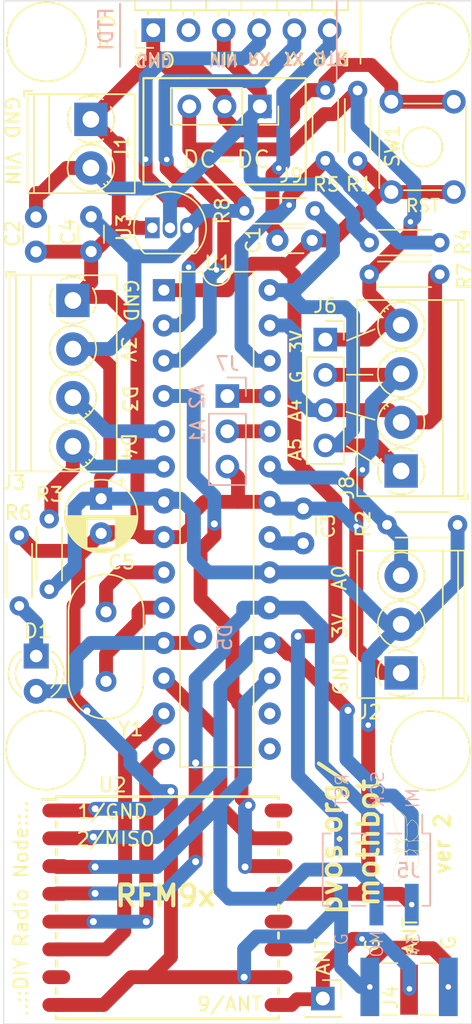
<source format=kicad_pcb>
(kicad_pcb (version 20171130) (host pcbnew 5.1.6-c6e7f7d~87~ubuntu18.04.1)
  (layers (0 F.Cu signal hide) (31 B.Cu signal hide) (34 B.Paste user) (35 F.Paste user) (36 B.SilkS user) (37 F.SilkS user) (38 B.Mask user) (39 F.Mask user) (44 Edge.Cuts user))
  (net 0 "")
  (net 1 "Net-(U1-Pad10)")
  (net 2 "Net-(U1-Pad9)")
  (net 3 GND)
  (net 4 VCC)
  (net 5 SCK)
  (net 6 MISO)
  (net 7 MOSI)
  (net 8 "Net-(C3-Pad1)")
  (net 9 D6)
  (net 10 D3)
  (net 11 TX0)
  (net 12 RX0)
  (net 13 VIN)
  (net 14 D7)
  (net 15 "Net-(C1-Pad2)")
  (net 16 D8)
  (net 17 A0)
  (net 18 A1)
  (net 19 A5)
  (net 20 A2)
  (net 21 A4)
  (net 22 A3)
  (net 23 D5)
  (net 24 D4)
  (net 25 D2)
  (net 26 "Net-(D1-Pad1)")
  (net 27 RST)
  (net 28 "Net-(AT1-Pad1)")
  (module footprints:moth4 (layer F.Cu) (at 143.4338 119.36476 90)
    (fp_text reference G*** hide)
    (fp_text value LOGO hide)
  )
  (module TerminalBlock_Phoenix:TerminalBlock_Phoenix_PT-1,5-2-3.5-H_1x02_P3.50mm_Horizontal (layer F.Cu) (at 120.4722 67.07632 270)
    (fp_text reference J1 (at 2.0066 -2.24536 90) (layer F.SilkS))
    (fp_text value Screw_Terminal_01x02)
    (pad 2 thru_hole circle (at 3.5 0 270) (size 2.4 2.4) (drill 1.2) (layers *.Cu *.Mask) (net 13 VIN))
    (pad 1 thru_hole rect (at 0 0 270) (size 2.4 2.4) (drill 1.2) (layers *.Cu *.Mask) (net 3 GND))
  )
  (module Resistor_THT:R_Axial_DIN0204_L3.6mm_D1.6mm_P5.08mm_Horizontal (layer F.Cu) (at 131.53136 73.66508)
    (fp_text reference R8 (at -1.6002 0 90) (layer F.SilkS))
    (fp_text value R)
    (pad 2 thru_hole oval (at 5.08 0) (size 1.4 1.4) (drill 0.7) (layers *.Cu *.Mask) (net 19 A5))
    (pad 1 thru_hole circle (at 0 0) (size 1.4 1.4) (drill 0.7) (layers *.Cu *.Mask) (net 4 VCC))
  )
  (module Resistor_THT:R_Axial_DIN0204_L3.6mm_D1.6mm_P5.08mm_Horizontal (layer F.Cu) (at 140.51788 78.232)
    (fp_text reference R7 (at 6.85038 0.1397 90) (layer F.SilkS))
    (fp_text value R)
    (pad 2 thru_hole oval (at 5.08 0) (size 1.4 1.4) (drill 0.7) (layers *.Cu *.Mask) (net 21 A4))
    (pad 1 thru_hole circle (at 0 0) (size 1.4 1.4) (drill 0.7) (layers *.Cu *.Mask) (net 4 VCC))
  )
  (module Resistor_THT:R_Axial_DIN0204_L3.6mm_D1.6mm_P5.08mm_Horizontal (layer F.Cu) (at 115.316 102.108 90)
    (fp_text reference R6 (at 6.7183 -0.0635 180) (layer F.SilkS))
    (fp_text value 300R)
    (pad 2 thru_hole oval (at 5.08 0 90) (size 1.4 1.4) (drill 0.7) (layers *.Cu *.Mask) (net 3 GND))
    (pad 1 thru_hole circle (at 0 0 90) (size 1.4 1.4) (drill 0.7) (layers *.Cu *.Mask) (net 26 "Net-(D1-Pad1)"))
  )
  (module Button_Switch_THT:SW_TH_Tactile_Omron_B3F-10xx (layer F.Cu) (at 142.10792 72.30872 90)
    (fp_text reference SW1 (at 3.3147 0.0762 270) (layer F.SilkS))
    (fp_text value SW_Push_Dual)
    (pad 1 thru_hole circle (at 0 0 90) (size 1.7 1.7) (drill 1) (layers *.Cu *.Mask) (net 27 RST))
    (pad 2 thru_hole circle (at 6.5 0 90) (size 1.7 1.7) (drill 1) (layers *.Cu *.Mask) (net 3 GND))
    (pad 3 thru_hole circle (at 0 4.5 90) (size 1.7 1.7) (drill 1) (layers *.Cu *.Mask) (net 27 RST))
    (pad 4 thru_hole circle (at 6.5 4.5 90) (size 1.7 1.7) (drill 1) (layers *.Cu *.Mask) (net 3 GND))
  )
  (module TerminalBlock_Phoenix:TerminalBlock_Phoenix_PT-1,5-4-3.5-H_1x04_P3.50mm_Horizontal (layer F.Cu) (at 142.8115 92.3925 90)
    (fp_text reference J8 (at -1.19634 -3.90398 90) (layer F.SilkS))
    (fp_text value Screw_Terminal_01x04)
    (pad 4 thru_hole circle (at 10.5 0 90) (size 2.4 2.4) (drill 1.2) (layers *.Cu *.Mask) (net 4 VCC))
    (pad 3 thru_hole circle (at 7 0 90) (size 2.4 2.4) (drill 1.2) (layers *.Cu *.Mask) (net 3 GND))
    (pad 2 thru_hole circle (at 3.5 0 90) (size 2.4 2.4) (drill 1.2) (layers *.Cu *.Mask) (net 21 A4))
    (pad 1 thru_hole rect (at 0 0 90) (size 2.4 2.4) (drill 1.2) (layers *.Cu *.Mask) (net 19 A5))
  )
  (module Connector_PinSocket_2.54mm:PinSocket_1x03_P2.54mm_Vertical (layer F.Cu) (at 132.6388 66.1416 270)
    (fp_text reference J9 (at 4.9784 -2.2606) (layer F.SilkS))
    (fp_text value Conn_01x03_Female)
    (pad 3 thru_hole oval (at 0 5.08 270) (size 1.7 1.7) (drill 1) (layers *.Cu *.Mask) (net 4 VCC))
    (pad 2 thru_hole oval (at 0 2.54 270) (size 1.7 1.7) (drill 1) (layers *.Cu *.Mask) (net 3 GND))
    (pad 1 thru_hole rect (at 0 0 270) (size 1.7 1.7) (drill 1) (layers *.Cu *.Mask) (net 13 VIN))
  )
  (module Connector_PinHeader_2.54mm:PinHeader_1x03_P2.54mm_Vertical (layer B.Cu) (at 130.302 86.995 180)
    (fp_text reference J7 (at 0 2.33) (layer B.SilkS) (effects (justify mirror)))
    (fp_text value Conn_01x03_Female)
    (pad 3 thru_hole oval (at 0 -5.08 180) (size 1.7 1.7) (drill 1) (layers *.Cu *.Mask) (net 3 GND))
    (pad 2 thru_hole oval (at 0 -2.54 180) (size 1.7 1.7) (drill 1) (layers *.Cu *.Mask) (net 18 A1))
    (pad 1 thru_hole rect (at 0 0 180) (size 1.7 1.7) (drill 1) (layers *.Cu *.Mask) (net 20 A2))
  )
  (module Package_TO_SOT_THT:TO-92_Inline (layer F.Cu) (at 124.89688 74.88936)
    (fp_text reference U3 (at -2.04724 -0.03048 270) (layer F.SilkS))
    (fp_text value MCP1700-3302E_TO92 hide)
    (pad 1 thru_hole rect (at 0 0) (size 1.05 1.5) (drill 0.75) (layers *.Cu *.Mask) (net 3 GND))
    (pad 3 thru_hole oval (at 2.54 0) (size 1.05 1.5) (drill 0.75) (layers *.Cu *.Mask) (net 4 VCC))
    (pad 2 thru_hole oval (at 1.27 0) (size 1.05 1.5) (drill 0.75) (layers *.Cu *.Mask) (net 13 VIN))
  )
  (module Connector_PinSocket_2.54mm:PinSocket_1x04_P2.54mm_Vertical (layer F.Cu) (at 137.3505 82.931)
    (fp_text reference J6 (at -0.0127 -2.44348) (layer F.SilkS))
    (fp_text value Conn_01x04_Female hide)
    (pad 1 thru_hole rect (at 0 0) (size 1.7 1.7) (drill 1) (layers *.Cu *.Mask) (net 4 VCC))
    (pad 2 thru_hole oval (at 0 2.54) (size 1.7 1.7) (drill 1) (layers *.Cu *.Mask) (net 3 GND))
    (pad 3 thru_hole oval (at 0 5.08) (size 1.7 1.7) (drill 1) (layers *.Cu *.Mask) (net 21 A4))
    (pad 4 thru_hole oval (at 0 7.62) (size 1.7 1.7) (drill 1) (layers *.Cu *.Mask) (net 19 A5))
  )
  (module Connector_PinSocket_2.54mm:PinSocket_1x01_P2.54mm_Vertical (layer F.Cu) (at 137.17524 130.3782)
    (fp_text reference AT1 hide)
    (fp_text value Conn_01x01_Female)
    (pad 1 thru_hole rect (at 0 0) (size 1.7 1.7) (drill 1) (layers *.Cu *.Mask) (net 28 "Net-(AT1-Pad1)"))
  )
  (module LED_THT:LED_D3.0mm (layer F.Cu) (at 116.5352 105.7148 270)
    (fp_text reference D1 (at -1.8034 -0.1016 180) (layer F.SilkS))
    (fp_text value LED)
    (pad 2 thru_hole circle (at 2.54 0 270) (size 1.8 1.8) (drill 0.9) (layers *.Cu *.Mask) (net 23 D5))
    (pad 1 thru_hole rect (at 0 0 270) (size 1.8 1.8) (drill 0.9) (layers *.Cu *.Mask) (net 26 "Net-(D1-Pad1)"))
  )
  (module Resistor_THT:R_Axial_DIN0204_L3.6mm_D1.6mm_P5.08mm_Horizontal (layer F.Cu) (at 146.8755 96.266 180)
    (fp_text reference R2 (at 6.7945 0.0635 270) (layer F.SilkS))
    (fp_text value 10K)
    (pad 2 thru_hole oval (at 5.08 0 180) (size 1.4 1.4) (drill 0.7) (layers *.Cu *.Mask) (net 17 A0))
    (pad 1 thru_hole circle (at 0 0 180) (size 1.4 1.4) (drill 0.7) (layers *.Cu *.Mask) (net 4 VCC))
  )
  (module Connector_Coaxial:SMA_Samtec_SMA-J-P-X-ST-EM1_EdgeMount (layer F.Cu) (at 143.383 129.54)
    (fp_text reference J4 (at -1.32334 0.7366 90) (layer F.SilkS))
    (fp_text value Conn_Coaxial)
    (pad 1 smd rect (at 0 0.2) (size 1.27 3.6) (layers F.Cu F.Paste F.Mask) (net 28 "Net-(AT1-Pad1)"))
    (pad 2 smd rect (at 2.825 0) (size 1.35 4.2) (layers F.Cu F.Paste F.Mask) (net 3 GND))
    (pad 2 smd rect (at -2.825 0) (size 1.35 4.2) (layers F.Cu F.Paste F.Mask) (net 3 GND))
    (pad 2 smd rect (at 2.825 0) (size 1.35 4.2) (layers B.Cu B.Paste B.Mask) (net 3 GND))
    (pad 2 smd rect (at -2.825 0) (size 1.35 4.2) (layers B.Cu B.Paste B.Mask) (net 3 GND))
  )
  (module Resistor_THT:R_Axial_DIN0204_L3.6mm_D1.6mm_P5.08mm_Horizontal (layer F.Cu) (at 137.35304 70.04812 90)
    (fp_text reference R5 (at -1.72212 0.07112) (layer F.SilkS))
    (fp_text value 100K)
    (pad 2 thru_hole oval (at 5.08 0 90) (size 1.4 1.4) (drill 0.7) (layers *.Cu *.Mask) (net 3 GND))
    (pad 1 thru_hole circle (at 0 0 90) (size 1.4 1.4) (drill 0.7) (layers *.Cu *.Mask) (net 22 A3))
  )
  (module TerminalBlock_Phoenix:TerminalBlock_Phoenix_PT-1,5-4-3.5-H_1x04_P3.50mm_Horizontal (layer F.Cu) (at 119.1768 80.1116 270)
    (fp_text reference J3 (at 13.1064 4.2418 180) (layer F.SilkS))
    (fp_text value Screw_Terminal_01x04)
    (pad 1 thru_hole rect (at 0 0 270) (size 2.4 2.4) (drill 1.2) (layers *.Cu *.Mask) (net 3 GND))
    (pad 2 thru_hole circle (at 3.5 0 270) (size 2.4 2.4) (drill 1.2) (layers *.Cu *.Mask) (net 4 VCC))
    (pad 3 thru_hole circle (at 7 0 270) (size 2.4 2.4) (drill 1.2) (layers *.Cu *.Mask) (net 10 D3))
    (pad 4 thru_hole circle (at 10.5 0 270) (size 2.4 2.4) (drill 1.2) (layers *.Cu *.Mask) (net 24 D4))
  )
  (module MountingHole:MountingHole_2.7mm_M2.5 (layer F.Cu) (at 117.221 61.5315)
    (fp_text reference H4 hide)
    (fp_text value MountingHole hide)
    (pad 1 np_thru_hole circle (at 0 0) (size 2.7 2.7) (drill 2.7) (layers *.Cu *.Mask))
  )
  (module MountingHole:MountingHole_2.7mm_M2.5 (layer F.Cu) (at 144.907 112.5)
    (fp_text reference H3 hide)
    (fp_text value MountingHole hide)
    (pad 1 np_thru_hole circle (at 0 0) (size 2.7 2.7) (drill 2.7) (layers *.Cu *.Mask))
  )
  (module MountingHole:MountingHole_2.7mm_M2.5 (layer F.Cu) (at 117.221 112.5)
    (fp_text reference H2 hide)
    (fp_text value MountingHole)
    (pad 1 np_thru_hole circle (at 0 0) (size 2.7 2.7) (drill 2.7) (layers *.Cu *.Mask))
  )
  (module MountingHole:MountingHole_2.7mm_M2.5 (layer F.Cu) (at 144.907 61.5315)
    (fp_text reference H1 hide)
    (fp_text value MountingHole)
    (pad 1 np_thru_hole circle (at 0 0) (size 2.7 2.7) (drill 2.7) (layers *.Cu *.Mask))
  )
  (module Connector_PinSocket_2.54mm:PinSocket_2x03_P2.54mm_Vertical_SMD (layer B.Cu) (at 141.0335 121.0945 90)
    (fp_text reference J5 (at -0.0635 2.286) (layer B.SilkS) (effects (justify mirror)))
    (fp_text value Conn_02x03_Odd_Even)
    (pad 6 smd rect (at -2.52 -2.54 90) (size 3 1) (layers B.Cu B.Paste B.Mask) (net 3 GND))
    (pad 5 smd rect (at 2.52 -2.54 90) (size 3 1) (layers B.Cu B.Paste B.Mask) (net 27 RST))
    (pad 4 smd rect (at -2.52 0 90) (size 3 1) (layers B.Cu B.Paste B.Mask) (net 7 MOSI))
    (pad 3 smd rect (at 2.52 0 90) (size 3 1) (layers B.Cu B.Paste B.Mask) (net 5 SCK))
    (pad 2 smd rect (at -2.52 2.54 90) (size 3 1) (layers B.Cu B.Paste B.Mask) (net 4 VCC))
    (pad 1 smd rect (at 2.52 2.54 90) (size 3 1) (layers B.Cu B.Paste B.Mask) (net 6 MISO))
  )
  (module Resistor_THT:R_Axial_DIN0204_L3.6mm_D1.6mm_P5.08mm_Horizontal (layer F.Cu) (at 140.51788 75.95108)
    (fp_text reference R4 (at 6.73608 -0.0508 90) (layer F.SilkS))
    (fp_text value 100K)
    (pad 2 thru_hole oval (at 5.08 0) (size 1.4 1.4) (drill 0.7) (layers *.Cu *.Mask) (net 22 A3))
    (pad 1 thru_hole circle (at 0 0) (size 1.4 1.4) (drill 0.7) (layers *.Cu *.Mask) (net 13 VIN))
  )
  (module Resistor_THT:R_Axial_DIN0204_L3.6mm_D1.6mm_P5.08mm_Horizontal (layer F.Cu) (at 117.475 100.9142 90)
    (fp_text reference R3 (at 6.8326 0.0254) (layer F.SilkS))
    (fp_text value 10K)
    (pad 2 thru_hole oval (at 5.08 0 90) (size 1.4 1.4) (drill 0.7) (layers *.Cu *.Mask) (net 24 D4))
    (pad 1 thru_hole circle (at 0 0 90) (size 1.4 1.4) (drill 0.7) (layers *.Cu *.Mask) (net 4 VCC))
  )
  (module Resistor_THT:R_Axial_DIN0204_L3.6mm_D1.6mm_P5.08mm_Horizontal (layer F.Cu) (at 139.67714 64.99352 270)
    (fp_text reference R1 (at 6.7564 -0.12446) (layer F.SilkS))
    (fp_text value 10K)
    (pad 2 thru_hole oval (at 5.08 0 270) (size 1.4 1.4) (drill 0.7) (layers *.Cu *.Mask) (net 27 RST))
    (pad 1 thru_hole circle (at 0 0 270) (size 1.4 1.4) (drill 0.7) (layers *.Cu *.Mask) (net 4 VCC))
  )
  (module footprints:RFM95 (layer F.Cu) (at 117.983 116.84)
    (fp_text reference U2 (at 4.064 -1.8288) (layer F.SilkS))
    (fp_text value RFM95W-915S2)
    (pad 16 smd oval (at 16 0) (size 2 1) (layers F.Cu F.Paste F.Mask))
    (pad 15 smd oval (at 16 2) (size 2 1) (layers F.Cu F.Paste F.Mask) (net 9 D6))
    (pad 14 smd oval (at 16 4) (size 2 1) (layers F.Cu F.Paste F.Mask) (net 25 D2))
    (pad 13 smd oval (at 16 6) (size 2 1) (layers F.Cu F.Paste F.Mask) (net 4 VCC))
    (pad 12 smd oval (at 16 8) (size 2 1) (layers F.Cu F.Paste F.Mask))
    (pad 11 smd oval (at 16 10) (size 2 1) (layers F.Cu F.Paste F.Mask))
    (pad 10 smd oval (at 16 12) (size 2 1) (layers F.Cu F.Paste F.Mask) (net 3 GND))
    (pad 9 smd oval (at 16 14) (size 2 1) (layers F.Cu F.Paste F.Mask) (net 28 "Net-(AT1-Pad1)"))
    (pad 8 smd oval (at 0 14) (size 2 1) (layers F.Cu F.Paste F.Mask) (net 3 GND))
    (pad 7 smd oval (at 0 12) (size 2 1) (layers F.Cu F.Paste F.Mask))
    (pad 6 smd oval (at 0 10) (size 2 1) (layers F.Cu F.Paste F.Mask) (net 14 D7))
    (pad 5 smd oval (at 0 8) (size 2 1) (layers F.Cu F.Paste F.Mask) (net 16 D8))
    (pad 4 smd oval (at 0 6) (size 2 1) (layers F.Cu F.Paste F.Mask) (net 5 SCK))
    (pad 3 smd oval (at 0 4) (size 2 1) (layers F.Cu F.Paste F.Mask) (net 7 MOSI))
    (pad 2 smd oval (at 0 2) (size 2 1) (layers F.Cu F.Paste F.Mask) (net 6 MISO))
    (pad 1 smd oval (at 0 0) (size 2 1) (layers F.Cu F.Paste F.Mask) (net 3 GND))
  )
  (module Capacitor_THT:C_Disc_D3.0mm_W1.6mm_P2.50mm (layer F.Cu) (at 136.40308 75.7936 180)
    (fp_text reference C1 (at 4.2418 0.0254 90) (layer F.SilkS))
    (fp_text value 0.1u)
    (pad 1 thru_hole circle (at 0 0 180) (size 1.6 1.6) (drill 0.8) (layers *.Cu *.Mask) (net 27 RST))
    (pad 2 thru_hole circle (at 2.5 0 180) (size 1.6 1.6) (drill 0.8) (layers *.Cu *.Mask) (net 15 "Net-(C1-Pad2)"))
  )
  (module Package_DIP:DIP-28_W7.62mm (layer F.Cu) (at 125.73 79.375)
    (fp_text reference U1 (at 3.9116 -1.9558 180) (layer F.SilkS))
    (fp_text value ATmega328P-PU-C)
    (pad 28 thru_hole oval (at 7.62 0) (size 1.6 1.6) (drill 0.8) (layers *.Cu *.Mask) (net 19 A5))
    (pad 14 thru_hole oval (at 0 33.02) (size 1.6 1.6) (drill 0.8) (layers *.Cu *.Mask) (net 16 D8))
    (pad 27 thru_hole oval (at 7.62 2.54) (size 1.6 1.6) (drill 0.8) (layers *.Cu *.Mask) (net 21 A4))
    (pad 13 thru_hole oval (at 0 30.48) (size 1.6 1.6) (drill 0.8) (layers *.Cu *.Mask) (net 14 D7))
    (pad 26 thru_hole oval (at 7.62 5.08) (size 1.6 1.6) (drill 0.8) (layers *.Cu *.Mask) (net 22 A3))
    (pad 12 thru_hole oval (at 0 27.94) (size 1.6 1.6) (drill 0.8) (layers *.Cu *.Mask) (net 9 D6))
    (pad 25 thru_hole oval (at 7.62 7.62) (size 1.6 1.6) (drill 0.8) (layers *.Cu *.Mask) (net 20 A2))
    (pad 11 thru_hole oval (at 0 25.4) (size 1.6 1.6) (drill 0.8) (layers *.Cu *.Mask) (net 23 D5))
    (pad 24 thru_hole oval (at 7.62 10.16) (size 1.6 1.6) (drill 0.8) (layers *.Cu *.Mask) (net 18 A1))
    (pad 10 thru_hole oval (at 0 22.86) (size 1.6 1.6) (drill 0.8) (layers *.Cu *.Mask) (net 1 "Net-(U1-Pad10)"))
    (pad 23 thru_hole oval (at 7.62 12.7) (size 1.6 1.6) (drill 0.8) (layers *.Cu *.Mask) (net 17 A0))
    (pad 9 thru_hole oval (at 0 20.32) (size 1.6 1.6) (drill 0.8) (layers *.Cu *.Mask) (net 2 "Net-(U1-Pad9)"))
    (pad 22 thru_hole oval (at 7.62 15.24) (size 1.6 1.6) (drill 0.8) (layers *.Cu *.Mask) (net 3 GND))
    (pad 8 thru_hole oval (at 0 17.78) (size 1.6 1.6) (drill 0.8) (layers *.Cu *.Mask) (net 3 GND))
    (pad 21 thru_hole oval (at 7.62 17.78) (size 1.6 1.6) (drill 0.8) (layers *.Cu *.Mask) (net 8 "Net-(C3-Pad1)"))
    (pad 7 thru_hole oval (at 0 15.24) (size 1.6 1.6) (drill 0.8) (layers *.Cu *.Mask) (net 4 VCC))
    (pad 20 thru_hole oval (at 7.62 20.32) (size 1.6 1.6) (drill 0.8) (layers *.Cu *.Mask) (net 4 VCC))
    (pad 6 thru_hole oval (at 0 12.7) (size 1.6 1.6) (drill 0.8) (layers *.Cu *.Mask) (net 24 D4))
    (pad 19 thru_hole oval (at 7.62 22.86) (size 1.6 1.6) (drill 0.8) (layers *.Cu *.Mask) (net 5 SCK))
    (pad 5 thru_hole oval (at 0 10.16) (size 1.6 1.6) (drill 0.8) (layers *.Cu *.Mask) (net 10 D3))
    (pad 18 thru_hole oval (at 7.62 25.4) (size 1.6 1.6) (drill 0.8) (layers *.Cu *.Mask) (net 6 MISO))
    (pad 4 thru_hole oval (at 0 7.62) (size 1.6 1.6) (drill 0.8) (layers *.Cu *.Mask) (net 25 D2))
    (pad 17 thru_hole oval (at 7.62 27.94) (size 1.6 1.6) (drill 0.8) (layers *.Cu *.Mask) (net 7 MOSI))
    (pad 3 thru_hole oval (at 0 5.08) (size 1.6 1.6) (drill 0.8) (layers *.Cu *.Mask) (net 11 TX0))
    (pad 16 thru_hole oval (at 7.62 30.48) (size 1.6 1.6) (drill 0.8) (layers *.Cu *.Mask))
    (pad 2 thru_hole oval (at 0 2.54) (size 1.6 1.6) (drill 0.8) (layers *.Cu *.Mask) (net 12 RX0))
    (pad 15 thru_hole oval (at 7.62 33.02) (size 1.6 1.6) (drill 0.8) (layers *.Cu *.Mask))
    (pad 1 thru_hole rect (at 0 0) (size 1.6 1.6) (drill 0.8) (layers *.Cu *.Mask) (net 27 RST))
  )
  (module Capacitor_THT:C_Disc_D3.0mm_W1.6mm_P2.50mm (layer F.Cu) (at 116.51996 74.10196 270)
    (fp_text reference C2 (at 1.19888 1.66624 270) (layer F.SilkS))
    (fp_text value 0.1u)
    (pad 2 thru_hole circle (at 2.5 0 270) (size 1.6 1.6) (drill 0.8) (layers *.Cu *.Mask) (net 3 GND))
    (pad 1 thru_hole circle (at 0 0 270) (size 1.6 1.6) (drill 0.8) (layers *.Cu *.Mask) (net 13 VIN))
  )
  (module Capacitor_THT:CP_Radial_D5.0mm_P2.50mm (layer F.Cu) (at 121.2088 94.3864 270)
    (fp_text reference C5 (at 4.572 -1.4732) (layer F.SilkS))
    (fp_text value 10u hide)
    (pad 1 thru_hole rect (at 0 0 270) (size 1.6 1.6) (drill 0.8) (layers *.Cu *.Mask) (net 4 VCC))
    (pad 2 thru_hole circle (at 2.5 0 270) (size 1.6 1.6) (drill 0.8) (layers *.Cu *.Mask) (net 3 GND))
  )
  (module Crystal:Resonator-2Pin_W10.0mm_H5.0mm (layer F.Cu) (at 121.5644 102.5398 270)
    (fp_text reference Y1 (at 8.4328 -1.778 180) (layer F.SilkS))
    (fp_text value Crystal)
    (pad 2 thru_hole circle (at 5 0 270) (size 1.5 1.5) (drill 0.8) (layers *.Cu *.Mask) (net 1 "Net-(U1-Pad10)"))
    (pad 1 thru_hole circle (at 0 0 270) (size 1.5 1.5) (drill 0.8) (layers *.Cu *.Mask) (net 2 "Net-(U1-Pad9)"))
  )
  (module TerminalBlock_Phoenix:TerminalBlock_Phoenix_PT-1,5-3-3.5-H_1x03_P3.50mm_Horizontal (layer F.Cu) (at 142.8115 106.934 90)
    (fp_text reference J2 (at -2.82448 -2.2606) (layer F.SilkS))
    (fp_text value Screw_Terminal_01x03)
    (pad 3 thru_hole circle (at 7 0 90) (size 2.4 2.4) (drill 1.2) (layers *.Cu *.Mask) (net 17 A0))
    (pad 2 thru_hole circle (at 3.5 0 90) (size 2.4 2.4) (drill 1.2) (layers *.Cu *.Mask) (net 4 VCC))
    (pad 1 thru_hole rect (at 0 0 90) (size 2.4 2.4) (drill 1.2) (layers *.Cu *.Mask) (net 3 GND))
  )
  (module Capacitor_THT:C_Disc_D3.0mm_W1.6mm_P2.50mm (layer F.Cu) (at 135.763 97.5995 90)
    (fp_text reference C3 (at 1.2319 1.8034 270) (layer F.SilkS) (effects (font (size 0.9 0.9))))
    (fp_text value 0.1u)
    (pad 2 thru_hole circle (at 2.5 0 90) (size 1.6 1.6) (drill 0.8) (layers *.Cu *.Mask) (net 3 GND))
    (pad 1 thru_hole circle (at 0 0 90) (size 1.6 1.6) (drill 0.8) (layers *.Cu *.Mask) (net 8 "Net-(C3-Pad1)"))
  )
  (module Connector_PinHeader_2.54mm:PinHeader_1x06_P2.54mm_Horizontal (layer F.Cu) (at 124.96292 60.6552 90)
    (fp_text reference FTDI1 hide)
    (fp_text value Conn_01x06_Male hide)
    (pad 6 thru_hole oval (at 0 12.7 90) (size 1.7 1.7) (drill 1) (layers *.Cu *.Mask) (net 15 "Net-(C1-Pad2)"))
    (pad 5 thru_hole oval (at 0 10.16 90) (size 1.7 1.7) (drill 1) (layers *.Cu *.Mask) (net 11 TX0))
    (pad 4 thru_hole oval (at 0 7.62 90) (size 1.7 1.7) (drill 1) (layers *.Cu *.Mask) (net 12 RX0))
    (pad 3 thru_hole oval (at 0 5.08 90) (size 1.7 1.7) (drill 1) (layers *.Cu *.Mask) (net 13 VIN))
    (pad 2 thru_hole oval (at 0 2.54 90) (size 1.7 1.7) (drill 1) (layers *.Cu *.Mask))
    (pad 1 thru_hole rect (at 0 0 90) (size 1.7 1.7) (drill 1) (layers *.Cu *.Mask) (net 3 GND))
  )
  (module Capacitor_THT:C_Disc_D3.0mm_W1.6mm_P2.50mm (layer F.Cu) (at 120.49252 74.0918 270)
    (fp_text reference C4 (at 1.08966 1.64592 270) (layer F.SilkS))
    (fp_text value 0.1u)
    (pad 1 thru_hole circle (at 0 0 270) (size 1.6 1.6) (drill 0.8) (layers *.Cu *.Mask) (net 4 VCC))
    (pad 2 thru_hole circle (at 2.5 0 270) (size 1.6 1.6) (drill 0.8) (layers *.Cu *.Mask) (net 3 GND))
  )
  (gr_text 2/MISO (at 122.2502 118.89994) (layer F.SilkS) (effects (font (size 1 1))))
  (gr_line (start 139.88796 58.54192) (end 139.88796 63.0682) (layer F.SilkS) (width 0.12))
  (gr_text RST (at 144.38376 73.29424) (layer F.SilkS) (effects (font (size 0.9 0.9))))
  (gr_line (start 138.90752 90.62212) (end 140.99032 91.90736) (layer F.SilkS) (width 0.12))
  (gr_line (start 138.87196 88.13292) (end 140.90396 88.70696) (layer F.SilkS) (width 0.12))
  (gr_line (start 138.89228 85.46084) (end 140.76172 85.46084) (layer F.SilkS) (width 0.12))
  (gr_line (start 138.9126 83.00212) (end 140.90396 82.18932) (layer F.SilkS) (width 0.12))
  (gr_line (start 122.57024 58.70956) (end 122.57024 63.23584) (layer F.SilkS) (width 0.12))
  (gr_text FTDI (at 121.67108 60.58916 90) (layer F.SilkS) (effects (font (size 1 1))))
  (gr_text TX (at 135.12292 62.64656 180) (layer F.SilkS) (effects (font (size 0.85 0.85))))
  (gr_text RX (at 132.63372 62.70752 180) (layer F.SilkS) (effects (font (size 0.85 0.85))))
  (gr_text VIN (at 130.00228 62.67704 180) (layer F.SilkS) (effects (font (size 0.85 0.85))))
  (gr_line (start 147.8915 58.547) (end 147.447 58.547) (layer Edge.Cuts) (width 0.05))
  (gr_line (start 147.8915 78.0415) (end 147.8915 58.547) (layer Edge.Cuts) (width 0.05))
  (gr_line (start 147.8915 132.207) (end 147.447 132.207) (layer Edge.Cuts) (width 0.05))
  (gr_line (start 147.8915 78.0415) (end 147.8915 132.207) (layer Edge.Cuts) (width 0.05))
  (gr_line (start 147.447 58.547) (end 145.923 58.547) (layer Edge.Cuts) (width 0.05))
  (gr_line (start 147.447 132.207) (end 145.923 132.207) (layer Edge.Cuts) (width 0.05))
  (gr_text VIN (at 130.04292 62.8142 180) (layer B.SilkS) (effects (font (size 0.85 0.85)) (justify mirror)))
  (gr_text DC-DC (at 130.2258 69.9516) (layer F.SilkS) (effects (font (size 1.2 1.2))))
  (gr_line (start 114.1984 58.547) (end 145.923 58.547) (layer Edge.Cuts) (width 0.05))
  (gr_line (start 138.176 58.547) (end 138.176 64.262) (layer B.SilkS) (width 0.12))
  (gr_line (start 122.57024 58.76544) (end 122.57024 63.29172) (layer B.SilkS) (width 0.12))
  (gr_text FTDI (at 121.54408 60.56884 90) (layer B.SilkS) (effects (font (size 1 1)) (justify mirror)))
  (gr_text GND (at 125.02896 62.81928 180) (layer B.SilkS) (effects (font (size 0.85 0.85)) (justify mirror)))
  (gr_text DTR (at 137.78484 62.70244 180) (layer B.SilkS) (effects (font (size 0.85 0.85)) (justify mirror)))
  (gr_line (start 114.1984 62.484) (end 114.1984 58.547) (layer Edge.Cuts) (width 0.05))
  (gr_line (start 124.2568 71.7656) (end 135.9408 71.7656) (layer F.SilkS) (width 0.15))
  (gr_line (start 124.2568 64.1096) (end 127.5588 64.1096) (layer F.SilkS) (width 0.15))
  (gr_line (start 124.2568 64.1096) (end 125.5268 64.1096) (layer F.SilkS) (width 0.15))
  (gr_line (start 124.2568 64.1096) (end 135.9408 64.1096) (layer F.SilkS) (width 0.15))
  (gr_line (start 135.9408 64.1096) (end 135.9408 71.7096) (layer F.SilkS) (width 0.15))
  (gr_line (start 124.2568 64.1656) (end 124.2568 71.7656) (layer F.SilkS) (width 0.15))
  (gr_circle (center 144.907 61.54318) (end 147.7518 61.61938) (layer F.SilkS) (width 0.12))
  (gr_circle (center 117.2718 61.49238) (end 120.1166 61.56858) (layer F.SilkS) (width 0.12))
  (gr_circle (center 117.221 112.4966) (end 120.0658 112.5728) (layer F.SilkS) (width 0.12))
  (gr_text "..::DIY Radio Node::.." (at 115.443 123.8758 90) (layer F.SilkS) (effects (font (size 1 1))))
  (gr_circle (center 144.92072 112.522) (end 147.76552 112.5982) (layer F.SilkS) (width 0.12))
  (gr_text "ver 2" (at 145.77568 119.23522 90) (layer F.SilkS) (effects (font (size 1.1 1.1) (thickness 0.22))))
  (gr_text mothbot (at 140.45184 119.1641 90) (layer F.SilkS) (effects (font (size 1.5 1.5) (thickness 0.275))))
  (gr_text pvos.org/ (at 137.77214 118.8085 90) (layer F.SilkS) (effects (font (size 1.5 1.5) (thickness 0.275))))
  (gr_text SCK (at 141.1224 115.316 90) (layer B.SilkS) (effects (font (size 0.9 0.9) (thickness 0.1)) (justify mirror)))
  (gr_text RST (at 138.557 115.3922 90) (layer B.SilkS) (effects (font (size 0.9 0.9) (thickness 0.1)) (justify mirror)))
  (gr_text G (at 138.5062 126.111 90) (layer B.SilkS) (effects (font (size 0.9 0.9) (thickness 0.1))))
  (gr_text 3V (at 143.6878 126.492 90) (layer B.SilkS) (effects (font (size 0.9 0.9) (thickness 0.1)) (justify mirror)))
  (gr_text MO (at 141.0462 126.4412 90) (layer B.SilkS) (effects (font (size 0.9 0.9) (thickness 0.1)) (justify mirror)))
  (gr_text MI (at 143.637 115.951 90) (layer B.SilkS) (effects (font (size 0.9 0.9) (thickness 0.1)) (justify mirror)))
  (gr_line (start 114.1984 132.207) (end 142.24 132.207) (layer Edge.Cuts) (width 0.05))
  (gr_line (start 114.1984 62.484) (end 114.1984 63.5) (layer Edge.Cuts) (width 0.05))
  (gr_text G (at 146.23288 126.35738 90) (layer F.SilkS) (effects (font (size 1 1))))
  (gr_text D4 (at 123.1646 90.6272 270) (layer F.SilkS) (effects (font (size 1 1))))
  (gr_text D3 (at 123.2662 87.1982 270) (layer F.SilkS) (effects (font (size 1 1))))
  (gr_text 3V (at 123.1646 83.6422 270) (layer F.SilkS) (effects (font (size 1 1))))
  (gr_text A1 (at 128.143 89.5858 90) (layer B.SilkS) (effects (font (size 1 1)) (justify mirror)))
  (gr_text A2 (at 128.1176 87.0458 90) (layer B.SilkS) (effects (font (size 1 1) (thickness 0.16)) (justify mirror)))
  (gr_text D5 (at 130.1242 104.3686 90) (layer B.SilkS) (effects (font (size 1 1)) (justify mirror)))
  (gr_text RFM9x (at 125.8316 122.9868) (layer F.SilkS) (effects (font (size 1.5 1.5) (thickness 0.3))))
  (gr_text GND (at 123.3424 80.1116 270) (layer F.SilkS) (effects (font (size 1 1))))
  (gr_line (start 114.1984 132.207) (end 114.1984 63.5) (layer Edge.Cuts) (width 0.05))
  (gr_text GND (at 114.77752 66.94932 270) (layer F.SilkS) (effects (font (size 1 1))))
  (gr_text 1/GND (at 122.02668 116.9289) (layer F.SilkS) (effects (font (size 1 1))))
  (gr_text 9/ANT (at 130.44932 130.77444) (layer F.SilkS) (effects (font (size 1 1))))
  (gr_text G (at 140.7541 126.52756 90) (layer F.SilkS) (effects (font (size 1 1))))
  (gr_text ANT (at 143.45158 125.85192 90) (layer F.SilkS) (effects (font (size 1 1))))
  (gr_text ANT (at 137.14984 127.36068 90) (layer F.SilkS) (effects (font (size 1 1))))
  (gr_text GND (at 125.02896 62.7634 180) (layer F.SilkS) (effects (font (size 1 1))))
  (gr_text DTR (at 137.78484 62.64656 180) (layer F.SilkS) (effects (font (size 1 1))))
  (gr_text GND (at 138.4554 107.0102 90) (layer F.SilkS) (effects (font (size 1 1))))
  (gr_text 3V (at 138.4046 103.55072 90) (layer F.SilkS) (effects (font (size 1 1))))
  (gr_text A0 (at 138.35888 100.08616 90) (layer F.SilkS) (effects (font (size 1 1))))
  (gr_text 3V (at 135.30072 83.0834 90) (layer F.SilkS) (effects (font (size 0.9 0.9))))
  (gr_text G (at 135.30072 85.6234 90) (layer F.SilkS) (effects (font (size 0.9 0.9))))
  (gr_text A4 (at 135.17372 88.0364 90) (layer F.SilkS) (effects (font (size 0.9 0.9))))
  (gr_text A5 (at 135.17372 90.8304 90) (layer F.SilkS) (effects (font (size 0.9 0.9))))
  (gr_text TX (at 135.06196 62.70244 180) (layer B.SilkS) (effects (font (size 0.85 0.85)) (justify mirror)))
  (gr_text RX (at 132.58292 62.6872 180) (layer B.SilkS) (effects (font (size 0.85 0.85)) (justify mirror)))
  (gr_text VIN (at 114.808 70.63232 270) (layer F.SilkS) (effects (font (size 1 1))))
  (gr_line (start 145.923 132.207) (end 142.24 132.207) (layer Edge.Cuts) (width 0.05))
  (segment (start 124.206 102.235) (end 125.73 102.235) (width 1) (layer F.Cu) (net 1))
  (segment (start 123.9012 102.5398) (end 124.206 102.235) (width 1) (layer F.Cu) (net 1))
  (segment (start 123.9012 102.5398) (end 123.9012 103.251) (width 1) (layer F.Cu) (net 1))
  (segment (start 121.5644 105.5878) (end 121.5644 107.5398) (width 1) (layer F.Cu) (net 1))
  (segment (start 123.9012 103.251) (end 121.5644 105.5878) (width 1) (layer F.Cu) (net 1))
  (segment (start 121.5644 100.7364) (end 121.5644 102.5398) (width 1) (layer F.Cu) (net 2))
  (segment (start 125.73 99.695) (end 122.6058 99.695) (width 1) (layer F.Cu) (net 2))
  (segment (start 122.6058 99.695) (end 121.5644 100.7364) (width 1) (layer F.Cu) (net 2))
  (segment (start 133.39 94.655) (end 133.35 94.615) (width 1) (layer B.Cu) (net 3))
  (segment (start 121.382 130.84) (end 117.983 130.84) (width 1) (layer F.Cu) (net 3))
  (segment (start 117.983 116.84) (end 120.44207 116.84) (width 1) (layer F.Cu) (net 3))
  (via (at 120.777 116.713) (size 1) (drill 0.5) (layers F.Cu B.Cu) (net 3))
  (segment (start 120.44207 116.84) (end 120.65 116.84) (width 1) (layer F.Cu) (net 3))
  (segment (start 120.65 116.84) (end 120.777 116.713) (width 1) (layer F.Cu) (net 3))
  (segment (start 120.777 116.713) (end 124.079 116.713) (width 1) (layer B.Cu) (net 3))
  (segment (start 124.079 116.713) (end 124.968 116.713) (width 1) (layer B.Cu) (net 3))
  (via (at 126.238 115.443) (size 1) (drill 0.5) (layers F.Cu B.Cu) (net 3))
  (segment (start 124.968 116.713) (end 126.238 115.443) (width 1) (layer B.Cu) (net 3))
  (segment (start 126.238 127.381) (end 124.779 128.84) (width 1) (layer F.Cu) (net 3))
  (segment (start 126.238 115.443) (end 126.238 127.381) (width 1) (layer F.Cu) (net 3))
  (segment (start 131.507 128.84) (end 124.779 128.84) (width 1) (layer F.Cu) (net 3))
  (segment (start 124.779 128.84) (end 123.382 128.84) (width 1) (layer F.Cu) (net 3))
  (segment (start 123.382 128.84) (end 121.382 130.84) (width 1) (layer F.Cu) (net 3))
  (segment (start 126.238 115.443) (end 125.2855 115.443) (width 1) (layer B.Cu) (net 3))
  (segment (start 125.2855 115.443) (end 123.317 113.4745) (width 1) (layer B.Cu) (net 3))
  (via (at 131.507 128.84) (size 1) (drill 0.5) (layers F.Cu B.Cu) (net 3))
  (segment (start 133.983 128.84) (end 131.507 128.84) (width 1) (layer F.Cu) (net 3))
  (segment (start 119.4308 79.8576) (end 119.1768 80.1116) (width 1) (layer B.Cu) (net 3))
  (segment (start 127 97.155) (end 125.73 97.155) (width 1) (layer F.Cu) (net 3))
  (segment (start 128.651 94.615) (end 127.762 95.504) (width 1) (layer F.Cu) (net 3))
  (segment (start 127.762 96.393) (end 127 97.155) (width 1) (layer F.Cu) (net 3))
  (segment (start 127.762 95.504) (end 127.762 96.393) (width 1) (layer F.Cu) (net 3))
  (segment (start 119.4308 79.8576) (end 119.1768 80.1116) (width 1) (layer F.Cu) (net 3))
  (segment (start 121.8438 79.8576) (end 119.4308 79.8576) (width 1) (layer F.Cu) (net 3))
  (segment (start 123.825 81.8388) (end 121.8438 79.8576) (width 1) (layer F.Cu) (net 3))
  (segment (start 123.825 96.7994) (end 123.825 81.8388) (width 1) (layer F.Cu) (net 3))
  (segment (start 125.73 97.155) (end 124.1806 97.155) (width 1) (layer F.Cu) (net 3))
  (segment (start 124.1806 97.155) (end 123.825 96.7994) (width 1) (layer F.Cu) (net 3))
  (segment (start 121.9562 96.7994) (end 121.7676 96.988) (width 1) (layer F.Cu) (net 3))
  (segment (start 116.4336 98.1456) (end 115.316 97.028) (width 1) (layer F.Cu) (net 3))
  (segment (start 119.3038 98.1456) (end 116.4336 98.1456) (width 1) (layer F.Cu) (net 3))
  (via (at 120.1928 109.6772) (size 1) (drill 0.5) (layers F.Cu B.Cu) (net 3))
  (segment (start 123.317 113.4745) (end 123.317 112.8014) (width 1) (layer B.Cu) (net 3))
  (segment (start 123.317 112.8014) (end 120.1928 109.6772) (width 1) (layer B.Cu) (net 3))
  (segment (start 120.1928 109.6772) (end 119.2276 108.712) (width 1) (layer F.Cu) (net 3))
  (segment (start 119.2276 108.712) (end 119.2276 102.108) (width 1) (layer F.Cu) (net 3))
  (segment (start 119.2276 102.108) (end 119.5578 101.7778) (width 1) (layer F.Cu) (net 3))
  (segment (start 119.5578 98.3996) (end 119.3038 98.1456) (width 1) (layer F.Cu) (net 3))
  (segment (start 119.5578 101.7778) (end 119.5578 98.3996) (width 1) (layer F.Cu) (net 3))
  (segment (start 138.4554 123.6526) (end 138.4935 123.6145) (width 1) (layer B.Cu) (net 3))
  (segment (start 138.4554 124.5616) (end 138.4554 123.6526) (width 1) (layer B.Cu) (net 3))
  (segment (start 136.2002 125.9078) (end 138.4935 123.6145) (width 1) (layer B.Cu) (net 3))
  (segment (start 136.0678 125.9078) (end 136.2002 125.9078) (width 1) (layer B.Cu) (net 3))
  (segment (start 119.6956 98.3996) (end 121.2088 96.8864) (width 1) (layer F.Cu) (net 3))
  (segment (start 119.5578 98.3996) (end 119.6956 98.3996) (width 1) (layer F.Cu) (net 3))
  (segment (start 122.7074 96.7994) (end 121.2958 96.7994) (width 1) (layer F.Cu) (net 3))
  (segment (start 121.2958 96.7994) (end 121.2088 96.8864) (width 1) (layer F.Cu) (net 3))
  (segment (start 122.7074 96.7994) (end 121.9562 96.7994) (width 1) (layer F.Cu) (net 3))
  (segment (start 123.825 96.7994) (end 122.7074 96.7994) (width 1) (layer F.Cu) (net 3))
  (segment (start 136.0678 125.9078) (end 132.4102 125.9078) (width 1) (layer B.Cu) (net 3))
  (segment (start 131.507 126.811) (end 131.507 128.84) (width 1) (layer B.Cu) (net 3))
  (segment (start 132.4102 125.9078) (end 131.507 126.811) (width 1) (layer B.Cu) (net 3))
  (segment (start 131.064 94.615) (end 131.064 92.837) (width 1) (layer F.Cu) (net 3))
  (segment (start 131.064 94.615) (end 128.651 94.615) (width 1) (layer F.Cu) (net 3))
  (segment (start 133.35 94.615) (end 131.064 94.615) (width 1) (layer F.Cu) (net 3))
  (segment (start 142.733 85.471) (end 142.8115 85.3925) (width 1) (layer F.Cu) (net 3))
  (segment (start 137.3505 85.471) (end 142.733 85.471) (width 1) (layer F.Cu) (net 3))
  (segment (start 146.60792 65.80872) (end 142.10792 65.80872) (width 1) (layer F.Cu) (net 3))
  (segment (start 137.35304 64.96812) (end 137.35304 64.42456) (width 1) (layer F.Cu) (net 3))
  (segment (start 137.35304 64.42456) (end 138.61796 63.15964) (width 1) (layer F.Cu) (net 3))
  (segment (start 138.61796 63.15964) (end 140.65504 63.15964) (width 1) (layer F.Cu) (net 3))
  (segment (start 142.10792 64.61252) (end 142.10792 65.80872) (width 1) (layer F.Cu) (net 3))
  (segment (start 140.65504 63.15964) (end 142.10792 64.61252) (width 1) (layer F.Cu) (net 3))
  (segment (start 137.35304 64.96812) (end 137.30732 64.96812) (width 1) (layer B.Cu) (net 3))
  (segment (start 124.96292 60.6552) (end 124.96292 62.32144) (width 1) (layer F.Cu) (net 3))
  (segment (start 120.48236 76.60196) (end 120.49252 76.5918) (width 1) (layer F.Cu) (net 3))
  (segment (start 116.51996 76.60196) (end 120.48236 76.60196) (width 1) (layer F.Cu) (net 3))
  (segment (start 124.89688 74.88936) (end 123.76404 74.88936) (width 1) (layer F.Cu) (net 3))
  (segment (start 123.76404 74.88936) (end 123.70816 74.83348) (width 1) (layer F.Cu) (net 3))
  (segment (start 123.70816 74.83348) (end 122.4788 74.83348) (width 1) (layer F.Cu) (net 3))
  (segment (start 120.72048 76.5918) (end 120.49252 76.5918) (width 1) (layer F.Cu) (net 3))
  (segment (start 122.4788 74.83348) (end 120.72048 76.5918) (width 1) (layer F.Cu) (net 3))
  (segment (start 122.4788 74.83348) (end 122.4788 68.79844) (width 1) (layer F.Cu) (net 3))
  (segment (start 133.8345 95.0995) (end 133.35 94.615) (width 1) (layer B.Cu) (net 3))
  (segment (start 135.763 95.0995) (end 133.8345 95.0995) (width 1) (layer B.Cu) (net 3))
  (segment (start 130.302 92.075) (end 131.064 92.837) (width 1) (layer F.Cu) (net 3))
  (segment (start 135.763 95.0995) (end 138.3049 95.0995) (width 1) (layer B.Cu) (net 3))
  (via (at 139.58316 96.37776) (size 0.8) (drill 0.4) (layers F.Cu B.Cu) (net 3))
  (segment (start 138.3049 95.0995) (end 139.58316 96.37776) (width 1) (layer B.Cu) (net 3))
  (via (at 140.02512 92.30868) (size 0.8) (drill 0.4) (layers F.Cu B.Cu) (net 3))
  (segment (start 139.58316 96.37776) (end 139.58316 92.75064) (width 1) (layer F.Cu) (net 3))
  (segment (start 139.58316 92.75064) (end 140.02512 92.30868) (width 1) (layer F.Cu) (net 3))
  (segment (start 140.02512 91.518878) (end 140.69568 90.848318) (width 1) (layer B.Cu) (net 3))
  (segment (start 140.02512 92.30868) (end 140.02512 91.518878) (width 1) (layer B.Cu) (net 3))
  (segment (start 140.69568 87.50832) (end 142.8115 85.3925) (width 1) (layer B.Cu) (net 3))
  (segment (start 140.69568 90.848318) (end 140.69568 87.50832) (width 1) (layer B.Cu) (net 3))
  (segment (start 139.58316 96.37776) (end 139.58316 105.13568) (width 1) (layer F.Cu) (net 3))
  (segment (start 141.38148 106.934) (end 142.8115 106.934) (width 1) (layer F.Cu) (net 3))
  (segment (start 139.58316 105.13568) (end 141.38148 106.934) (width 1) (layer F.Cu) (net 3))
  (segment (start 120.49252 78.79588) (end 119.1768 80.1116) (width 1) (layer F.Cu) (net 3))
  (segment (start 120.49252 76.5918) (end 120.49252 78.79588) (width 1) (layer F.Cu) (net 3))
  (segment (start 130.0988 66.1416) (end 130.0988 65.41008) (width 1) (layer F.Cu) (net 3))
  (segment (start 130.0988 65.41008) (end 128.10744 63.41872) (width 1) (layer F.Cu) (net 3))
  (segment (start 126.0602 63.41872) (end 124.96292 62.32144) (width 1) (layer F.Cu) (net 3))
  (segment (start 128.10744 63.41872) (end 126.0602 63.41872) (width 1) (layer F.Cu) (net 3))
  (segment (start 130.0988 66.1416) (end 130.0988 67.02044) (width 1) (layer F.Cu) (net 3))
  (segment (start 130.0988 67.02044) (end 130.94208 67.86372) (width 1) (layer F.Cu) (net 3))
  (segment (start 130.94208 67.86372) (end 134.0612 67.86372) (width 1) (layer F.Cu) (net 3))
  (segment (start 134.0612 67.86372) (end 135.03656 66.88836) (width 1) (layer F.Cu) (net 3))
  (segment (start 135.03656 66.88836) (end 135.03656 66.10604) (width 1) (layer F.Cu) (net 3))
  (segment (start 136.17448 64.96812) (end 137.35304 64.96812) (width 1) (layer F.Cu) (net 3))
  (segment (start 135.03656 66.10604) (end 136.17448 64.96812) (width 1) (layer F.Cu) (net 3))
  (segment (start 140.558 129.54) (end 140.558 127.83872) (width 1) (layer F.Cu) (net 3))
  (segment (start 140.558 127.83872) (end 141.6812 126.71552) (width 1) (layer F.Cu) (net 3))
  (segment (start 144.053522 126.71552) (end 144.094162 126.75616) (width 1) (layer F.Cu) (net 3))
  (segment (start 141.6812 126.71552) (end 144.053522 126.71552) (width 1) (layer F.Cu) (net 3))
  (segment (start 144.094162 126.75616) (end 145.07464 126.75616) (width 1) (layer F.Cu) (net 3))
  (segment (start 146.208 127.88952) (end 146.208 129.54) (width 1) (layer F.Cu) (net 3))
  (segment (start 145.07464 126.75616) (end 146.208 127.88952) (width 1) (layer F.Cu) (net 3))
  (via (at 146.208 129.54) (size 0.8) (drill 0.4) (layers F.Cu B.Cu) (net 3))
  (via (at 140.558 129.54) (size 0.8) (drill 0.4) (layers F.Cu B.Cu) (net 3))
  (segment (start 138.4935 123.6145) (end 138.4935 128.14046) (width 1) (layer B.Cu) (net 3))
  (segment (start 139.89304 129.54) (end 140.558 129.54) (width 1) (layer B.Cu) (net 3))
  (segment (start 138.4935 128.14046) (end 139.89304 129.54) (width 1) (layer B.Cu) (net 3))
  (segment (start 124.96292 62.5856) (end 120.4722 67.07632) (width 1) (layer F.Cu) (net 3))
  (segment (start 124.96292 62.32144) (end 124.96292 62.5856) (width 1) (layer F.Cu) (net 3))
  (segment (start 122.19432 68.79844) (end 120.4722 67.07632) (width 1) (layer F.Cu) (net 3))
  (segment (start 122.4788 68.79844) (end 122.19432 68.79844) (width 1) (layer F.Cu) (net 3))
  (segment (start 125.73 94.615) (end 125.603 94.615) (width 1) (layer B.Cu) (net 4))
  (segment (start 133.223 99.568) (end 133.35 99.695) (width 1) (layer B.Cu) (net 4))
  (segment (start 125.857 94.488) (end 125.73 94.615) (width 1.7) (layer B.Cu) (net 4))
  (segment (start 125.5522 94.7928) (end 125.73 94.615) (width 1) (layer B.Cu) (net 4))
  (segment (start 119.1768 83.6116) (end 121.8744 83.6116) (width 1) (layer B.Cu) (net 4))
  (segment (start 121.8744 83.6116) (end 123.6091 81.8769) (width 1) (layer B.Cu) (net 4))
  (segment (start 127.127 94.615) (end 125.73 94.615) (width 1) (layer B.Cu) (net 4))
  (segment (start 133.35 99.695) (end 128.905 99.695) (width 1) (layer B.Cu) (net 4))
  (segment (start 128.905 99.695) (end 127.889 98.679) (width 1) (layer B.Cu) (net 4))
  (segment (start 127.889 95.377) (end 127.127 94.615) (width 1) (layer B.Cu) (net 4))
  (segment (start 127.889 98.679) (end 127.889 95.377) (width 1) (layer B.Cu) (net 4))
  (segment (start 119.3038 99.2124) (end 117.6274 100.8888) (width 1) (layer B.Cu) (net 4))
  (segment (start 119.3038 95.0214) (end 119.3038 99.2124) (width 1) (layer B.Cu) (net 4))
  (segment (start 121.2088 94.3864) (end 119.9388 94.3864) (width 1) (layer B.Cu) (net 4))
  (segment (start 119.9388 94.3864) (end 119.3038 95.0214) (width 1) (layer B.Cu) (net 4))
  (segment (start 126.8984 94.3864) (end 127.127 94.615) (width 1) (layer B.Cu) (net 4))
  (segment (start 121.2088 94.3864) (end 126.8984 94.3864) (width 1) (layer B.Cu) (net 4))
  (segment (start 123.6091 81.8769) (end 123.6091 76.9366) (width 1) (layer B.Cu) (net 4))
  (segment (start 137.3505 82.931) (end 140.3858 82.931) (width 1) (layer F.Cu) (net 4))
  (segment (start 141.4243 81.8925) (end 142.8115 81.8925) (width 1) (layer F.Cu) (net 4))
  (segment (start 140.3858 82.931) (end 141.4243 81.8925) (width 1) (layer F.Cu) (net 4))
  (segment (start 131.53136 73.09612) (end 131.53136 73.66508) (width 1) (layer B.Cu) (net 4))
  (segment (start 123.33732 76.9366) (end 120.49252 74.0918) (width 1) (layer B.Cu) (net 4))
  (segment (start 123.6091 76.9366) (end 123.33732 76.9366) (width 1) (layer B.Cu) (net 4))
  (segment (start 128.66116 73.66508) (end 127.43688 74.88936) (width 1) (layer B.Cu) (net 4))
  (segment (start 131.53136 73.66508) (end 128.66116 73.66508) (width 1) (layer B.Cu) (net 4))
  (segment (start 123.6091 76.9366) (end 126.18212 76.9366) (width 1) (layer B.Cu) (net 4))
  (segment (start 127.43688 75.68184) (end 127.43688 74.88936) (width 1) (layer B.Cu) (net 4))
  (segment (start 126.18212 76.9366) (end 127.43688 75.68184) (width 1) (layer B.Cu) (net 4))
  (segment (start 141.78292 103.434) (end 142.8115 103.434) (width 1) (layer B.Cu) (net 4))
  (segment (start 133.35 99.695) (end 138.04392 99.695) (width 1) (layer B.Cu) (net 4))
  (segment (start 138.04392 99.695) (end 141.78292 103.434) (width 1) (layer B.Cu) (net 4))
  (segment (start 146.8755 96.266) (end 146.8755 100.38334) (width 1) (layer B.Cu) (net 4))
  (segment (start 143.82484 103.434) (end 142.8115 103.434) (width 1) (layer B.Cu) (net 4))
  (segment (start 146.8755 100.38334) (end 143.82484 103.434) (width 1) (layer B.Cu) (net 4))
  (via (at 140.44168 110.68812) (size 0.8) (drill 0.4) (layers F.Cu B.Cu) (net 4))
  (segment (start 141.04378 105.20172) (end 142.8115 103.434) (width 1) (layer B.Cu) (net 4))
  (segment (start 140.44168 110.68812) (end 140.44168 105.8418) (width 1) (layer B.Cu) (net 4))
  (segment (start 141.04378 105.2397) (end 141.04378 105.20172) (width 1) (layer B.Cu) (net 4))
  (segment (start 140.44168 105.8418) (end 141.04378 105.2397) (width 1) (layer B.Cu) (net 4))
  (segment (start 121.2088 94.3864) (end 121.2088 92.8878) (width 1) (layer F.Cu) (net 4))
  (segment (start 121.8692 92.2274) (end 121.8692 84.86648) (width 1) (layer F.Cu) (net 4))
  (segment (start 121.2088 92.8878) (end 121.8692 92.2274) (width 1) (layer F.Cu) (net 4))
  (segment (start 120.61432 83.6116) (end 119.1768 83.6116) (width 1) (layer F.Cu) (net 4))
  (segment (start 121.8692 84.86648) (end 120.61432 83.6116) (width 1) (layer F.Cu) (net 4))
  (segment (start 127.56388 66.14668) (end 127.5588 66.1416) (width 1) (layer F.Cu) (net 4))
  (segment (start 139.67714 67.41922) (end 139.67714 64.99352) (width 1) (layer B.Cu) (net 4))
  (segment (start 131.27849 73.31061) (end 131.27849 72.88897) (width 1) (layer F.Cu) (net 4))
  (segment (start 131.53136 73.66508) (end 131.53136 73.56348) (width 1) (layer F.Cu) (net 4))
  (segment (start 131.53136 73.56348) (end 131.27849 73.31061) (width 1) (layer F.Cu) (net 4))
  (segment (start 128.86436 70.47484) (end 128.79324 70.47484) (width 1) (layer F.Cu) (net 4))
  (segment (start 131.27849 72.88897) (end 128.86436 70.47484) (width 1) (layer F.Cu) (net 4))
  (segment (start 127.5588 69.2404) (end 127.5588 66.1416) (width 1) (layer F.Cu) (net 4))
  (segment (start 128.79324 70.47484) (end 127.5588 69.2404) (width 1) (layer F.Cu) (net 4))
  (segment (start 139.67714 64.99352) (end 139.67714 67.583938) (width 1) (layer B.Cu) (net 4))
  (segment (start 139.67714 67.583938) (end 143.764 71.670798) (width 1) (layer B.Cu) (net 4))
  (segment (start 127.5588 69.2404) (end 134.73684 69.2404) (width 1) (layer F.Cu) (net 4))
  (segment (start 134.73684 69.2404) (end 137.27684 66.7004) (width 1) (layer F.Cu) (net 4))
  (segment (start 137.97026 66.7004) (end 139.67714 64.99352) (width 1) (layer F.Cu) (net 4))
  (segment (start 137.27684 66.7004) (end 137.97026 66.7004) (width 1) (layer F.Cu) (net 4))
  (via (at 143.47952 74.45248) (size 0.8) (drill 0.4) (layers F.Cu B.Cu) (net 4))
  (segment (start 143.764 71.670798) (end 143.764 74.168) (width 1) (layer B.Cu) (net 4))
  (segment (start 143.764 74.168) (end 143.47952 74.45248) (width 1) (layer B.Cu) (net 4))
  (segment (start 143.47952 75.27036) (end 140.51788 78.232) (width 1) (layer F.Cu) (net 4))
  (segment (start 143.47952 74.45248) (end 143.47952 75.27036) (width 1) (layer F.Cu) (net 4))
  (segment (start 140.51788 79.59888) (end 142.8115 81.8925) (width 1) (layer F.Cu) (net 4))
  (segment (start 140.51788 78.232) (end 140.51788 79.59888) (width 1) (layer F.Cu) (net 4))
  (segment (start 142.799 122.84) (end 143.5735 123.6145) (width 1) (layer F.Cu) (net 4))
  (via (at 143.5735 123.6145) (size 0.8) (drill 0.4) (layers F.Cu B.Cu) (net 4))
  (segment (start 140.44168 122.25528) (end 139.85696 122.84) (width 1) (layer F.Cu) (net 4))
  (segment (start 140.44168 110.68812) (end 140.44168 122.25528) (width 1) (layer F.Cu) (net 4))
  (segment (start 133.983 122.84) (end 139.85696 122.84) (width 1) (layer F.Cu) (net 4))
  (segment (start 139.85696 122.84) (end 142.799 122.84) (width 1) (layer F.Cu) (net 4))
  (segment (start 133.35 102.235) (end 133.223 102.235) (width 1.7) (layer B.Cu) (net 5))
  (via (at 128.016 120.523) (size 1) (drill 0.5) (layers F.Cu B.Cu) (net 5))
  (via (at 120.777 122.809) (size 1) (drill 0.5) (layers F.Cu B.Cu) (net 5))
  (segment (start 125.73 122.809) (end 120.777 122.809) (width 1) (layer B.Cu) (net 5))
  (segment (start 118.014 122.809) (end 117.983 122.84) (width 1) (layer F.Cu) (net 5))
  (segment (start 120.777 122.809) (end 118.014 122.809) (width 1) (layer F.Cu) (net 5))
  (via (at 128.016 113.411) (size 1) (drill 0.5) (layers F.Cu B.Cu) (net 5))
  (segment (start 128.016 113.411) (end 128.016 120.523) (width 1) (layer F.Cu) (net 5))
  (segment (start 128.016 120.523) (end 125.73 122.809) (width 1) (layer B.Cu) (net 5))
  (segment (start 133.35 102.235) (end 131.445 102.235) (width 1) (layer B.Cu) (net 5))
  (segment (start 141.0335 118.5745) (end 141.0335 117.475) (width 1) (layer B.Cu) (net 5))
  (segment (start 137.0965 113.538) (end 137.0965 108.204) (width 1) (layer B.Cu) (net 5))
  (segment (start 141.0335 117.475) (end 137.0965 113.538) (width 1) (layer B.Cu) (net 5))
  (segment (start 135.6868 102.235) (end 137.0965 103.6447) (width 1) (layer B.Cu) (net 5))
  (segment (start 133.35 102.235) (end 135.6868 102.235) (width 1) (layer B.Cu) (net 5))
  (segment (start 137.0965 103.6447) (end 137.0965 108.204) (width 1) (layer B.Cu) (net 5))
  (segment (start 131.445 102.235) (end 131.445 102.7938) (width 1) (layer B.Cu) (net 5))
  (segment (start 131.445 102.7938) (end 130.0607 104.1781) (width 1) (layer B.Cu) (net 5))
  (segment (start 130.0607 105.3211) (end 128.016 107.3658) (width 1) (layer B.Cu) (net 5))
  (segment (start 130.0607 104.1781) (end 130.0607 105.3211) (width 1) (layer B.Cu) (net 5))
  (segment (start 128.016 107.3658) (end 128.016 113.411) (width 1) (layer B.Cu) (net 5))
  (via (at 120.65 118.745) (size 1) (drill 0.5) (layers F.Cu B.Cu) (net 6))
  (segment (start 117.983 118.84) (end 120.555 118.84) (width 1) (layer F.Cu) (net 6))
  (segment (start 120.555 118.84) (end 120.65 118.745) (width 1) (layer F.Cu) (net 6))
  (segment (start 120.65 118.745) (end 125.222 118.745) (width 1) (layer B.Cu) (net 6))
  (segment (start 125.222 118.745) (end 129.794 114.173) (width 1) (layer B.Cu) (net 6))
  (segment (start 133.35 104.775) (end 133.8834 104.775) (width 1) (layer F.Cu) (net 6))
  (segment (start 133.8834 104.775) (end 134.6708 105.5624) (width 1) (layer F.Cu) (net 6))
  (via (at 138.9888 109.6264) (size 1) (drill 0.5) (layers F.Cu B.Cu) (net 6))
  (segment (start 134.6708 105.5624) (end 134.9248 105.5624) (width 1) (layer F.Cu) (net 6))
  (segment (start 134.9248 105.5624) (end 138.9888 109.6264) (width 1) (layer F.Cu) (net 6))
  (segment (start 143.5735 117.094) (end 143.5735 118.5745) (width 1) (layer B.Cu) (net 6))
  (segment (start 142.24 115.7605) (end 143.5735 117.094) (width 1) (layer B.Cu) (net 6))
  (segment (start 141.478 115.7605) (end 142.24 115.7605) (width 1) (layer B.Cu) (net 6))
  (segment (start 138.8745 113.157) (end 141.478 115.7605) (width 1) (layer B.Cu) (net 6))
  (segment (start 138.9888 109.6264) (end 138.8745 109.7407) (width 1) (layer B.Cu) (net 6))
  (segment (start 138.8745 109.7407) (end 138.8745 113.157) (width 1) (layer B.Cu) (net 6))
  (segment (start 129.794 108.0516) (end 129.794 114.173) (width 1) (layer B.Cu) (net 6))
  (segment (start 129.794 108.0516) (end 129.794 107.8103) (width 1) (layer B.Cu) (net 6))
  (segment (start 129.794 107.8103) (end 131.6228 105.9815) (width 1) (layer B.Cu) (net 6))
  (segment (start 131.6228 105.9815) (end 131.6228 105.2449) (width 1) (layer B.Cu) (net 6))
  (segment (start 132.0927 104.775) (end 133.35 104.775) (width 1) (layer B.Cu) (net 6))
  (segment (start 131.6228 105.2449) (end 132.0927 104.775) (width 1) (layer B.Cu) (net 6))
  (segment (start 133.35 107.315) (end 131.572 109.093) (width 1) (layer B.Cu) (net 7))
  (segment (start 131.572 109.093) (end 131.572 114.554) (width 1) (layer B.Cu) (net 7))
  (via (at 120.777 120.904) (size 1) (drill 0.5) (layers F.Cu B.Cu) (net 7))
  (segment (start 125.222 120.904) (end 120.777 120.904) (width 1) (layer B.Cu) (net 7))
  (segment (start 118.047 120.904) (end 117.983 120.84) (width 1) (layer F.Cu) (net 7))
  (segment (start 120.777 120.904) (end 118.047 120.904) (width 1) (layer F.Cu) (net 7))
  (segment (start 131.572 114.554) (end 129.794 116.332) (width 1) (layer B.Cu) (net 7))
  (segment (start 129.794 116.332) (end 125.222 120.904) (width 1) (layer B.Cu) (net 7))
  (segment (start 141.0335 122.428) (end 139.7 121.0945) (width 1) (layer B.Cu) (net 7))
  (segment (start 129.794 122.555) (end 129.794 116.332) (width 1) (layer B.Cu) (net 7))
  (segment (start 141.0335 123.6145) (end 141.0335 122.428) (width 1) (layer B.Cu) (net 7))
  (segment (start 139.7 121.0945) (end 135.9535 121.0945) (width 1) (layer B.Cu) (net 7))
  (segment (start 133.858 123.19) (end 130.429 123.19) (width 1) (layer B.Cu) (net 7))
  (segment (start 135.9535 121.0945) (end 133.858 123.19) (width 1) (layer B.Cu) (net 7))
  (segment (start 130.429 123.19) (end 129.794 122.555) (width 1) (layer B.Cu) (net 7))
  (segment (start 133.7945 97.5995) (end 133.35 97.155) (width 1) (layer B.Cu) (net 8))
  (segment (start 135.763 97.5995) (end 133.7945 97.5995) (width 1) (layer B.Cu) (net 8))
  (segment (start 125.73 107.315) (end 129.794 111.379) (width 1) (layer F.Cu) (net 9))
  (segment (start 133.983 118.84) (end 132.048 118.84) (width 1) (layer F.Cu) (net 9))
  (segment (start 129.794 116.586) (end 129.794 111.379) (width 1) (layer F.Cu) (net 9))
  (segment (start 132.048 118.84) (end 129.794 116.586) (width 1) (layer F.Cu) (net 9))
  (segment (start 121.6002 89.535) (end 119.1768 87.1116) (width 1) (layer B.Cu) (net 10))
  (segment (start 125.73 89.535) (end 121.6002 89.535) (width 1) (layer B.Cu) (net 10))
  (segment (start 126.86137 84.455) (end 129.032 82.28437) (width 1) (layer B.Cu) (net 11))
  (segment (start 125.73 84.455) (end 126.86137 84.455) (width 1) (layer B.Cu) (net 11))
  (segment (start 129.032 82.28437) (end 129.032 78.486) (width 1) (layer B.Cu) (net 11))
  (segment (start 135.12292 61.857281) (end 132.657241 64.32296) (width 1) (layer B.Cu) (net 11))
  (segment (start 135.12292 60.6552) (end 135.12292 61.857281) (width 1) (layer B.Cu) (net 11))
  (segment (start 132.657241 64.32296) (end 126.64948 64.32296) (width 1) (layer B.Cu) (net 11))
  (segment (start 125.9332 64.32296) (end 125.84684 64.40932) (width 1) (layer B.Cu) (net 11))
  (segment (start 126.64948 64.32296) (end 125.9332 64.32296) (width 1) (layer B.Cu) (net 11))
  (via (at 125.9332 69.96684) (size 0.8) (drill 0.4) (layers F.Cu B.Cu) (net 11))
  (segment (start 125.84684 64.40932) (end 125.84684 69.88048) (width 1) (layer B.Cu) (net 11))
  (segment (start 125.84684 69.88048) (end 125.9332 69.96684) (width 1) (layer B.Cu) (net 11))
  (via (at 129.51968 77.91704) (size 0.8) (drill 0.4) (layers F.Cu B.Cu) (net 11))
  (segment (start 129.032 78.486) (end 129.032 78.40472) (width 1) (layer B.Cu) (net 11))
  (segment (start 129.032 78.40472) (end 129.51968 77.91704) (width 1) (layer B.Cu) (net 11))
  (segment (start 129.51968 77.91704) (end 130.07848 77.35824) (width 1) (layer F.Cu) (net 11))
  (segment (start 130.07848 77.35824) (end 130.07848 73.46696) (width 1) (layer F.Cu) (net 11))
  (segment (start 130.07848 73.46696) (end 128.03632 71.4248) (width 1) (layer F.Cu) (net 11))
  (segment (start 128.03632 71.4248) (end 126.746 71.4248) (width 1) (layer F.Cu) (net 11))
  (segment (start 125.9332 70.612) (end 125.9332 69.96684) (width 1) (layer F.Cu) (net 11))
  (segment (start 126.746 71.4248) (end 125.9332 70.612) (width 1) (layer F.Cu) (net 11))
  (segment (start 127.508 81.26837) (end 126.86137 81.915) (width 1) (layer B.Cu) (net 12))
  (segment (start 126.86137 81.915) (end 125.73 81.915) (width 1) (layer B.Cu) (net 12))
  (segment (start 127.508 77.724) (end 127.508 81.26837) (width 1) (layer B.Cu) (net 12))
  (segment (start 132.58292 60.6552) (end 132.58292 61.60516) (width 1) (layer B.Cu) (net 12))
  (segment (start 132.58292 61.60516) (end 131.50596 62.68212) (width 1) (layer B.Cu) (net 12))
  (segment (start 131.50596 62.68212) (end 125.7808 62.68212) (width 1) (layer B.Cu) (net 12))
  (via (at 124.41428 69.9516) (size 0.8) (drill 0.4) (layers F.Cu B.Cu) (net 12))
  (segment (start 125.7808 62.68212) (end 124.41428 64.04864) (width 1) (layer B.Cu) (net 12))
  (segment (start 124.41428 64.04864) (end 124.41428 69.9516) (width 1) (layer B.Cu) (net 12))
  (segment (start 124.41428 69.9516) (end 124.41428 71.1454) (width 1) (layer F.Cu) (net 12))
  (segment (start 124.41428 71.1454) (end 126.17196 72.90308) (width 1) (layer F.Cu) (net 12))
  (via (at 127.508 77.724) (size 0.8) (drill 0.4) (layers F.Cu B.Cu) (net 12))
  (segment (start 127.45212 72.947175) (end 127.45212 72.90308) (width 1) (layer F.Cu) (net 12))
  (segment (start 128.7272 74.222255) (end 127.45212 72.947175) (width 1) (layer F.Cu) (net 12))
  (segment (start 128.7272 76.5048) (end 128.7272 74.222255) (width 1) (layer F.Cu) (net 12))
  (segment (start 127.508 77.724) (end 128.7272 76.5048) (width 1) (layer F.Cu) (net 12))
  (segment (start 126.17196 72.90308) (end 127.45212 72.90308) (width 1) (layer F.Cu) (net 12))
  (segment (start 133.0198 66.5226) (end 132.6388 66.1416) (width 1) (layer B.Cu) (net 13))
  (segment (start 132.6388 66.1416) (end 132.6388 65.0748) (width 1) (layer F.Cu) (net 13))
  (segment (start 130.04292 62.47892) (end 130.04292 60.6552) (width 1) (layer F.Cu) (net 13))
  (segment (start 132.6388 65.0748) (end 130.04292 62.47892) (width 1) (layer F.Cu) (net 13))
  (segment (start 116.51996 72.38492) (end 116.51996 74.10196) (width 1) (layer F.Cu) (net 13))
  (segment (start 126.16688 74.88936) (end 126.16688 73.79208) (width 1) (layer B.Cu) (net 13))
  (segment (start 132.6388 66.1416) (end 132.6388 66.25336) (width 1) (layer B.Cu) (net 13))
  (segment (start 126.16688 72.72528) (end 126.16688 73.79208) (width 1) (layer B.Cu) (net 13))
  (segment (start 131.97586 71.3105) (end 131.97586 66.9163) (width 1) (layer B.Cu) (net 13))
  (segment (start 137.27141 71.76008) (end 132.42544 71.76008) (width 1) (layer B.Cu) (net 13))
  (segment (start 132.6388 66.25336) (end 131.97586 66.9163) (width 1) (layer B.Cu) (net 13))
  (segment (start 132.42544 71.76008) (end 131.97586 71.3105) (width 1) (layer B.Cu) (net 13))
  (segment (start 131.97586 66.9163) (end 126.16688 72.72528) (width 1) (layer B.Cu) (net 13))
  (segment (start 139.34948 74.78268) (end 140.51788 75.95108) (width 1) (layer B.Cu) (net 13))
  (segment (start 116.51996 72.38492) (end 116.91112 72.38492) (width 1) (layer F.Cu) (net 13))
  (segment (start 118.71972 70.57632) (end 120.4722 70.57632) (width 1) (layer F.Cu) (net 13))
  (segment (start 116.91112 72.38492) (end 118.71972 70.57632) (width 1) (layer F.Cu) (net 13))
  (segment (start 120.4722 70.57632) (end 121.9506 72.05472) (width 1) (layer B.Cu) (net 13))
  (segment (start 125.49632 72.05472) (end 126.16688 72.72528) (width 1) (layer B.Cu) (net 13))
  (segment (start 121.9506 72.05472) (end 125.49632 72.05472) (width 1) (layer B.Cu) (net 13))
  (segment (start 137.27141 71.76008) (end 137.27141 71.89181) (width 1) (layer B.Cu) (net 13))
  (segment (start 139.34948 73.96988) (end 139.34948 74.78268) (width 1) (layer B.Cu) (net 13))
  (segment (start 137.27141 71.89181) (end 139.34948 73.96988) (width 1) (layer B.Cu) (net 13))
  (segment (start 124.206 111.379) (end 125.73 109.855) (width 1) (layer F.Cu) (net 14))
  (segment (start 124.0155 111.379) (end 124.206 111.379) (width 1) (layer F.Cu) (net 14))
  (segment (start 117.983 126.84) (end 121.572 126.84) (width 1) (layer F.Cu) (net 14))
  (segment (start 121.572 126.84) (end 122.8725 125.5395) (width 1) (layer F.Cu) (net 14))
  (segment (start 122.8725 122.301) (end 122.936 122.2375) (width 1) (layer F.Cu) (net 14))
  (segment (start 122.8725 125.5395) (end 122.8725 122.301) (width 1) (layer F.Cu) (net 14))
  (segment (start 122.936 112.4585) (end 124.0155 111.379) (width 1) (layer F.Cu) (net 14))
  (segment (start 122.936 122.2375) (end 122.936 112.4585) (width 1) (layer F.Cu) (net 14))
  (segment (start 133.90308 75.74344) (end 133.90308 75.7936) (width 1) (layer F.Cu) (net 15))
  (segment (start 137.66292 60.6552) (end 137.66292 61.78296) (width 1) (layer B.Cu) (net 15))
  (segment (start 137.66292 61.78296) (end 134.32536 65.12052) (width 1) (layer B.Cu) (net 15))
  (segment (start 133.54699 71.61897) (end 133.54699 74.88315) (width 1) (layer F.Cu) (net 15))
  (segment (start 133.90308 75.23924) (end 133.90308 75.7936) (width 1) (layer F.Cu) (net 15))
  (segment (start 133.54699 74.88315) (end 133.90308 75.23924) (width 1) (layer F.Cu) (net 15))
  (via (at 134.00024 70.59168) (size 0.8) (drill 0.4) (layers F.Cu B.Cu) (net 15))
  (segment (start 133.54699 71.61897) (end 133.54699 71.04493) (width 1) (layer F.Cu) (net 15))
  (segment (start 133.54699 71.04493) (end 134.00024 70.59168) (width 1) (layer F.Cu) (net 15))
  (segment (start 134.03185 70.56007) (end 134.00024 70.56007) (width 1) (layer B.Cu) (net 15))
  (segment (start 134.32536 65.12052) (end 134.32536 70.26656) (width 1) (layer B.Cu) (net 15))
  (segment (start 134.32536 70.26656) (end 134.03185 70.56007) (width 1) (layer B.Cu) (net 15))
  (via (at 120.65 124.841) (size 1) (drill 0.5) (layers F.Cu B.Cu) (net 16))
  (segment (start 117.983 124.84) (end 120.649 124.84) (width 1) (layer F.Cu) (net 16))
  (segment (start 120.649 124.84) (end 120.65 124.841) (width 1) (layer F.Cu) (net 16))
  (via (at 124.46 124.841) (size 1) (drill 0.5) (layers F.Cu B.Cu) (net 16))
  (segment (start 120.65 124.841) (end 124.46 124.841) (width 1) (layer B.Cu) (net 16))
  (segment (start 124.46 113.665) (end 125.73 112.395) (width 1) (layer F.Cu) (net 16))
  (segment (start 124.46 124.841) (end 124.46 113.665) (width 1) (layer F.Cu) (net 16))
  (segment (start 133.477 91.948) (end 133.35 92.075) (width 1) (layer B.Cu) (net 17))
  (segment (start 133.5024 92.2274) (end 133.35 92.075) (width 1) (layer B.Cu) (net 17))
  (segment (start 141.7955 96.266) (end 138.39698 92.86748) (width 1) (layer B.Cu) (net 17))
  (segment (start 134.14248 92.86748) (end 133.35 92.075) (width 1) (layer B.Cu) (net 17))
  (segment (start 138.39698 92.86748) (end 134.14248 92.86748) (width 1) (layer B.Cu) (net 17))
  (segment (start 142.8115 97.282) (end 141.7955 96.266) (width 1) (layer B.Cu) (net 17))
  (segment (start 142.8115 99.934) (end 142.8115 97.282) (width 1) (layer B.Cu) (net 17))
  (segment (start 130.4036 89.535) (end 130.3782 89.5096) (width 1) (layer F.Cu) (net 18))
  (segment (start 133.35 89.535) (end 130.4036 89.535) (width 1) (layer F.Cu) (net 18))
  (segment (start 140.97 90.551) (end 142.8115 92.3925) (width 1) (layer F.Cu) (net 19))
  (segment (start 137.3505 90.551) (end 140.97 90.551) (width 1) (layer F.Cu) (net 19))
  (segment (start 133.35 79.375) (end 134.51332 79.375) (width 1) (layer B.Cu) (net 19))
  (segment (start 134.51332 79.375) (end 135.7376 80.59928) (width 1) (layer B.Cu) (net 19))
  (segment (start 135.7376 80.59928) (end 138.75512 80.59928) (width 1) (layer B.Cu) (net 19))
  (segment (start 138.75512 80.59928) (end 139.35456 81.19872) (width 1) (layer B.Cu) (net 19))
  (segment (start 139.35456 81.19872) (end 139.35456 89.408) (width 1) (layer B.Cu) (net 19))
  (segment (start 138.21156 90.551) (end 137.3505 90.551) (width 1) (layer B.Cu) (net 19))
  (segment (start 139.35456 89.408) (end 138.21156 90.551) (width 1) (layer B.Cu) (net 19))
  (segment (start 137.903081 74.956801) (end 137.903081 76.681199) (width 1) (layer B.Cu) (net 19))
  (segment (start 135.20928 79.375) (end 133.35 79.375) (width 1) (layer B.Cu) (net 19))
  (segment (start 137.903081 76.681199) (end 135.20928 79.375) (width 1) (layer B.Cu) (net 19))
  (segment (start 136.61136 73.66508) (end 137.903081 74.956801) (width 1) (layer B.Cu) (net 19))
  (segment (start 130.4036 86.995) (end 130.3782 86.9696) (width 1) (layer F.Cu) (net 20))
  (segment (start 133.35 86.995) (end 130.4036 86.995) (width 1) (layer F.Cu) (net 20))
  (segment (start 141.93 88.011) (end 142.8115 88.8925) (width 1) (layer F.Cu) (net 21))
  (segment (start 137.3505 88.011) (end 141.93 88.011) (width 1) (layer F.Cu) (net 21))
  (segment (start 133.35 81.915) (end 134.63524 81.915) (width 1) (layer B.Cu) (net 21))
  (segment (start 134.63524 81.915) (end 135.1788 82.45856) (width 1) (layer B.Cu) (net 21))
  (segment (start 135.1788 82.45856) (end 135.1788 86.9188) (width 1) (layer B.Cu) (net 21))
  (segment (start 136.271 88.011) (end 137.3505 88.011) (width 1) (layer B.Cu) (net 21))
  (segment (start 135.1788 86.9188) (end 136.271 88.011) (width 1) (layer B.Cu) (net 21))
  (segment (start 142.8115 88.8925) (end 144.79766 88.8925) (width 1) (layer F.Cu) (net 21))
  (segment (start 145.25752 88.43264) (end 144.79766 88.8925) (width 1) (layer F.Cu) (net 21))
  (segment (start 145.25752 78.3082) (end 145.25752 88.43264) (width 1) (layer F.Cu) (net 21))
  (segment (start 133.35 84.455) (end 132.334 84.455) (width 1) (layer B.Cu) (net 22))
  (segment (start 131.318 83.439) (end 132.334 84.455) (width 1) (layer B.Cu) (net 22))
  (segment (start 131.318 78.359) (end 131.318 83.439) (width 1) (layer B.Cu) (net 22))
  (segment (start 139.10564 71.80072) (end 137.35304 70.04812) (width 1) (layer B.Cu) (net 22))
  (segment (start 139.10564 71.89724) (end 139.10564 71.80072) (width 1) (layer B.Cu) (net 22))
  (segment (start 140.549489 73.341089) (end 140.549489 73.818609) (width 1) (layer B.Cu) (net 22))
  (segment (start 139.10564 71.89724) (end 140.549489 73.341089) (width 1) (layer B.Cu) (net 22))
  (segment (start 142.68196 75.95108) (end 145.59788 75.95108) (width 1) (layer B.Cu) (net 22))
  (segment (start 140.549489 73.818609) (end 142.68196 75.95108) (width 1) (layer B.Cu) (net 22))
  (segment (start 131.318 76.158678) (end 133.384878 74.0918) (width 1) (layer B.Cu) (net 22))
  (segment (start 131.318 78.359) (end 131.318 76.158678) (width 1) (layer B.Cu) (net 22))
  (via (at 134.747 73.24852) (size 0.8) (drill 0.4) (layers F.Cu B.Cu) (net 22))
  (segment (start 133.384878 74.0918) (end 133.90372 74.0918) (width 1) (layer B.Cu) (net 22))
  (segment (start 133.90372 74.0918) (end 134.747 73.24852) (width 1) (layer B.Cu) (net 22))
  (segment (start 134.747 72.65416) (end 137.35304 70.04812) (width 1) (layer F.Cu) (net 22))
  (segment (start 134.747 73.24852) (end 134.747 72.65416) (width 1) (layer F.Cu) (net 22))
  (via (at 128.3208 104.3178) (size 1.78) (drill 0.89) (layers F.Cu B.Cu) (net 23))
  (segment (start 125.73 104.775) (end 127.8636 104.775) (width 1) (layer F.Cu) (net 23))
  (segment (start 127.8636 104.775) (end 128.3208 104.3178) (width 1) (layer F.Cu) (net 23))
  (segment (start 125.73 104.775) (end 120.4722 104.775) (width 1) (layer B.Cu) (net 23))
  (segment (start 116.5352 108.2548) (end 118.9228 108.2548) (width 1) (layer B.Cu) (net 23))
  (segment (start 119.4308 107.7468) (end 119.4308 105.8164) (width 1) (layer B.Cu) (net 23))
  (segment (start 120.4722 104.775) (end 119.4308 105.8164) (width 1) (layer B.Cu) (net 23))
  (segment (start 118.9228 108.2548) (end 119.4308 107.7468) (width 1) (layer B.Cu) (net 23))
  (segment (start 120.6402 92.075) (end 119.1768 90.6116) (width 1) (layer B.Cu) (net 24))
  (segment (start 125.73 92.075) (end 120.6402 92.075) (width 1) (layer B.Cu) (net 24))
  (segment (start 119.1768 90.6116) (end 119.1768 92.2528) (width 1) (layer F.Cu) (net 24))
  (segment (start 117.6274 93.8022) (end 117.983 93.4466) (width 1) (layer F.Cu) (net 24))
  (segment (start 117.6274 95.8088) (end 117.6274 93.8022) (width 1) (layer F.Cu) (net 24))
  (segment (start 119.1768 92.2528) (end 117.983 93.4466) (width 1) (layer F.Cu) (net 24))
  (via (at 131.572 120.904) (size 1) (drill 0.5) (layers F.Cu B.Cu) (net 25))
  (segment (start 133.983 120.84) (end 131.636 120.84) (width 1) (layer F.Cu) (net 25))
  (segment (start 131.636 120.84) (end 131.572 120.904) (width 1) (layer F.Cu) (net 25))
  (via (at 131.826 116.459) (size 1) (drill 0.5) (layers F.Cu B.Cu) (net 25))
  (segment (start 131.572 120.904) (end 131.572 116.713) (width 1) (layer B.Cu) (net 25))
  (segment (start 131.572 116.713) (end 131.826 116.459) (width 1) (layer B.Cu) (net 25))
  (segment (start 131.826 116.459) (end 131.318 115.951) (width 1) (layer F.Cu) (net 25))
  (segment (start 131.318 115.951) (end 131.318 109.347) (width 1) (layer F.Cu) (net 25))
  (segment (start 131.318 109.347) (end 131.064 109.093) (width 1) (layer F.Cu) (net 25))
  (segment (start 131.318 109.347) (end 131.318 109.2073) (width 1) (layer F.Cu) (net 25))
  (segment (start 131.318 109.2073) (end 130.6703 108.5596) (width 1) (layer F.Cu) (net 25))
  (segment (start 130.6703 108.5596) (end 130.6703 103.886) (width 1) (layer F.Cu) (net 25))
  (segment (start 130.6703 103.886) (end 128.3716 101.5873) (width 1) (layer F.Cu) (net 25))
  (segment (start 127.8763 86.995) (end 125.73 86.995) (width 1) (layer B.Cu) (net 25))
  (segment (start 127.8763 92.7227) (end 127.8763 86.995) (width 1) (layer B.Cu) (net 25))
  (segment (start 128.3716 101.5873) (end 128.3716 98.0059) (width 1) (layer F.Cu) (net 25))
  (segment (start 128.3716 98.0059) (end 128.4224 98.0059) (width 1) (layer F.Cu) (net 25))
  (segment (start 128.3716 98.0059) (end 128.3716 97.9805) (width 1) (layer F.Cu) (net 25))
  (segment (start 129.3622 94.2086) (end 127.8763 92.7227) (width 1) (layer B.Cu) (net 25))
  (segment (start 129.3622 96.2025) (end 129.3622 94.2086) (width 1) (layer B.Cu) (net 25))
  (via (at 129.3622 96.2025) (size 1) (drill 0.5) (layers F.Cu B.Cu) (net 25))
  (segment (start 129.3622 97.0661) (end 129.3622 96.2025) (width 1) (layer F.Cu) (net 25))
  (segment (start 128.4224 98.0059) (end 129.3622 97.0661) (width 1) (layer F.Cu) (net 25))
  (segment (start 116.5352 103.3272) (end 115.316 102.108) (width 1) (layer B.Cu) (net 26))
  (segment (start 116.5352 105.7148) (end 116.5352 103.3272) (width 1) (layer B.Cu) (net 26))
  (via (at 135.382 104.2924) (size 1) (drill 0.5) (layers F.Cu B.Cu) (net 27))
  (segment (start 138.4935 117.475) (end 135.382 114.3635) (width 1) (layer B.Cu) (net 27))
  (segment (start 135.382 104.2924) (end 135.382 114.3635) (width 1) (layer B.Cu) (net 27))
  (segment (start 137.668 104.2924) (end 138.0744 103.886) (width 1) (layer F.Cu) (net 27))
  (segment (start 135.382 104.2924) (end 137.668 104.2924) (width 1) (layer F.Cu) (net 27))
  (segment (start 138.0744 103.886) (end 138.0744 97.9932) (width 1) (layer F.Cu) (net 27))
  (segment (start 125.73 79.375) (end 130.302 79.375) (width 1) (layer F.Cu) (net 27))
  (segment (start 138.0744 97.9932) (end 138.0744 97.663) (width 1) (layer F.Cu) (net 27))
  (segment (start 138.0744 97.9932) (end 138.0744 97.1804) (width 1) (layer F.Cu) (net 27))
  (segment (start 130.302 79.375) (end 130.302 79.248) (width 1) (layer F.Cu) (net 27))
  (segment (start 130.302 79.248) (end 132.08 77.47) (width 1) (layer F.Cu) (net 27))
  (segment (start 132.08 77.47) (end 134.239 77.47) (width 1) (layer F.Cu) (net 27))
  (segment (start 134.239 77.47) (end 134.62 77.851) (width 1) (layer F.Cu) (net 27))
  (segment (start 146.60792 72.30872) (end 142.10792 72.30872) (width 1) (layer F.Cu) (net 27))
  (segment (start 141.91234 72.30872) (end 139.67714 70.07352) (width 1) (layer F.Cu) (net 27))
  (segment (start 142.10792 72.30872) (end 141.91234 72.30872) (width 1) (layer F.Cu) (net 27))
  (segment (start 136.40308 75.7936) (end 137.8712 75.7936) (width 1) (layer F.Cu) (net 27))
  (segment (start 141.35608 72.30872) (end 142.10792 72.30872) (width 1) (layer F.Cu) (net 27))
  (segment (start 137.8712 75.7936) (end 141.35608 72.30872) (width 1) (layer F.Cu) (net 27))
  (segment (start 134.62 77.57668) (end 134.62 77.851) (width 1) (layer F.Cu) (net 27))
  (segment (start 136.40308 75.7936) (end 134.62 77.57668) (width 1) (layer F.Cu) (net 27))
  (segment (start 138.0744 94.50832) (end 138.0744 97.1804) (width 1) (layer F.Cu) (net 27))
  (segment (start 134.62 77.851) (end 135.128 78.359) (width 1) (layer F.Cu) (net 27))
  (segment (start 135.128 91.56192) (end 138.0744 94.50832) (width 1) (layer F.Cu) (net 27))
  (segment (start 135.128 78.359) (end 135.128 91.56192) (width 1) (layer F.Cu) (net 27))
  (segment (start 135.3185 130.429) (end 134.9075 130.84) (width 1) (layer F.Cu) (net 28))
  (segment (start 133.983 130.84) (end 134.9075 130.84) (width 1) (layer F.Cu) (net 28))
  (segment (start 137.12444 130.429) (end 137.17524 130.3782) (width 1) (layer F.Cu) (net 28))
  (segment (start 135.3185 130.429) (end 137.12444 130.429) (width 1) (layer F.Cu) (net 28))
  (via (at 143.4084 129.68224) (size 0.8) (drill 0.4) (layers F.Cu B.Cu) (net 28))
  (segment (start 143.383 129.74) (end 143.383 129.70764) (width 1) (layer F.Cu) (net 28))
  (segment (start 143.383 129.70764) (end 143.4084 129.68224) (width 1) (layer F.Cu) (net 28))
  (segment (start 143.4084 129.68224) (end 143.4084 128.13792) (width 1) (layer B.Cu) (net 28))
  (segment (start 143.4084 128.13792) (end 141.35608 126.0856) (width 1) (layer B.Cu) (net 28))
  (segment (start 141.35608 126.0856) (end 140.5636 126.0856) (width 1) (layer B.Cu) (net 28))
  (segment (start 137.17524 128.23444) (end 137.17524 130.3782) (width 1) (layer F.Cu) (net 28))
  (segment (start 139.32408 126.0856) (end 137.17524 128.23444) (width 1) (layer F.Cu) (net 28))
  (via (at 139.99464 126.0856) (size 0.8) (drill 0.4) (layers F.Cu B.Cu) (net 28))
  (segment (start 140.5636 126.0856) (end 139.99464 126.0856) (width 1) (layer B.Cu) (net 28))
  (segment (start 139.32408 126.0856) (end 139.99464 126.0856) (width 1) (layer F.Cu) (net 28))
)
</source>
